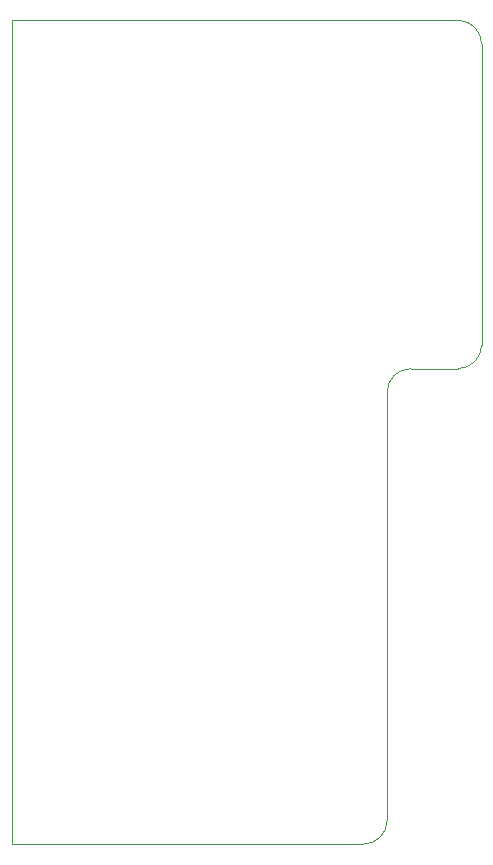
<source format=gbr>
%TF.GenerationSoftware,KiCad,Pcbnew,9.0.1*%
%TF.CreationDate,2025-09-29T10:10:38-04:00*%
%TF.ProjectId,LP_breakout,4c505f62-7265-4616-9b6f-75742e6b6963,rev?*%
%TF.SameCoordinates,Original*%
%TF.FileFunction,Profile,NP*%
%FSLAX46Y46*%
G04 Gerber Fmt 4.6, Leading zero omitted, Abs format (unit mm)*
G04 Created by KiCad (PCBNEW 9.0.1) date 2025-09-29 10:10:38*
%MOMM*%
%LPD*%
G01*
G04 APERTURE LIST*
%TA.AperFunction,Profile*%
%ADD10C,0.050000*%
%TD*%
G04 APERTURE END LIST*
D10*
X103250000Y-100250000D02*
X73500000Y-100250000D01*
X73500000Y-30500000D02*
X73500000Y-100250000D01*
X111250000Y-30500000D02*
G75*
G02*
X113250000Y-32500000I0J-2000000D01*
G01*
X105250000Y-62000000D02*
G75*
G02*
X107250000Y-60000000I2000000J0D01*
G01*
X113250000Y-58000000D02*
G75*
G02*
X111250000Y-60000000I-2000000J0D01*
G01*
X105250000Y-98250000D02*
G75*
G02*
X103250000Y-100250000I-2000000J0D01*
G01*
X107250000Y-60000000D02*
X111250000Y-60000000D01*
X105250000Y-98250000D02*
X105250000Y-62000000D01*
X111250000Y-30500000D02*
X73500000Y-30500000D01*
X113250000Y-58000000D02*
X113250000Y-32500000D01*
M02*

</source>
